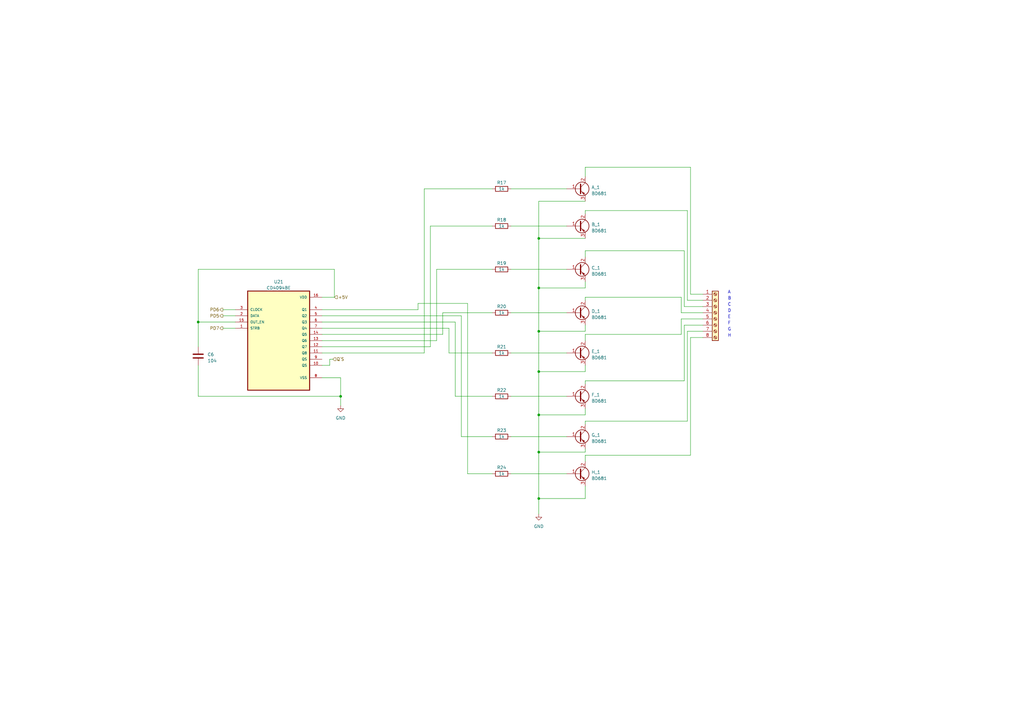
<source format=kicad_sch>
(kicad_sch (version 20230121) (generator eeschema)
  (paper "A3")
  (title_block (title "7SEG Display") (date "2023-04-01") (rev "Ahmed Adel") (company "Empironics") (comment 1 "Copy rights reserved by Ahmed Adel"))
  (lib_symbols
    (symbol "CD4094BE:CD4094BE" (pin_names (offset 1.016))
      (property "Reference" "U" (at -12.7 21.32 0))
      (property "Value" "CD4094BE" (at -12.7 -24.32 0))
      (symbol "CD4094BE_0_0"
        (rectangle (start -12.7 -20.32) (end 12.7 20.32) (stroke (width 0.41)) (fill (type background)))
        (pin input line (at -17.78 5.08 0) (length 5.08) (name "STRB") (number "1"))
        (pin output line (at 17.78 -10.16 180) (length 5.08) (name "QS") (number "10"))
        (pin output line (at 17.78 -5.08 180) (length 5.08) (name "Q8") (number "11"))
        (pin output line (at 17.78 -2.54 180) (length 5.08) (name "Q7") (number "12"))
        (pin output line (at 17.78 0 180) (length 5.08) (name "Q6") (number "13"))
        (pin output line (at 17.78 2.54 180) (length 5.08) (name "Q5") (number "14"))
        (pin input line (at -17.78 7.62 0) (length 5.08) (name "OUT_EN") (number "15"))
        (pin power_in line (at 17.78 17.78 180) (length 5.08) (name "VDD") (number "16"))
        (pin input line (at -17.78 10.16 0) (length 5.08) (name "DATA") (number "2"))
        (pin input line (at -17.78 12.7 0) (length 5.08) (name "CLOCK") (number "3"))
        (pin output line (at 17.78 12.7 180) (length 5.08) (name "Q1") (number "4"))
        (pin output line (at 17.78 10.16 180) (length 5.08) (name "Q2") (number "5"))
        (pin output line (at 17.78 7.62 180) (length 5.08) (name "Q3") (number "6"))
        (pin output line (at 17.78 5.08 180) (length 5.08) (name "Q4") (number "7"))
        (pin power_in line (at 17.78 -15.24 180) (length 5.08) (name "VSS") (number "8"))
        (pin output line (at 17.78 -7.62 180) (length 5.08) (name "QS") (number "9"))
      )
    )
    (symbol "Connector:Screw_Terminal_01x08" (pin_names (offset 1.016) hide)
      (property "Reference" "J" (at 0 10.16 0))
      (property "Value" "Screw_Terminal_01x08" (at 0 -12.7 0))
      (symbol "Screw_Terminal_01x08_1_1"
        (rectangle (start -1.27 8.89) (end 1.27 -11.43) (stroke (width 0.254)) (fill (type background)))
        (circle (center 0 -10.16) (radius 0.635) (stroke (width 0.1524)))
        (circle (center 0 -7.62) (radius 0.635) (stroke (width 0.1524)))
        (circle (center 0 -5.08) (radius 0.635) (stroke (width 0.1524)))
        (circle (center 0 -2.54) (radius 0.635) (stroke (width 0.1524)))
        (polyline (pts (xy -0.5334 -9.8298) (xy 0.3302 -10.668)) (stroke (width 0.1524)))
        (polyline (pts (xy -0.5334 -7.2898) (xy 0.3302 -8.128)) (stroke (width 0.1524)))
        (polyline (pts (xy -0.5334 -4.7498) (xy 0.3302 -5.588)) (stroke (width 0.1524)))
        (polyline (pts (xy -0.5334 -2.2098) (xy 0.3302 -3.048)) (stroke (width 0.1524)))
        (polyline (pts (xy -0.5334 0.3302) (xy 0.3302 -0.508)) (stroke (width 0.1524)))
        (polyline (pts (xy -0.5334 2.8702) (xy 0.3302 2.032)) (stroke (width 0.1524)))
        (polyline (pts (xy -0.5334 5.4102) (xy 0.3302 4.572)) (stroke (width 0.1524)))
        (polyline (pts (xy -0.5334 7.9502) (xy 0.3302 7.112)) (stroke (width 0.1524)))
        (polyline (pts (xy -0.3556 -9.652) (xy 0.508 -10.4902)) (stroke (width 0.1524)))
        (polyline (pts (xy -0.3556 -7.112) (xy 0.508 -7.9502)) (stroke (width 0.1524)))
        (polyline (pts (xy -0.3556 -4.572) (xy 0.508 -5.4102)) (stroke (width 0.1524)))
        (polyline (pts (xy -0.3556 -2.032) (xy 0.508 -2.8702)) (stroke (width 0.1524)))
        (polyline (pts (xy -0.3556 0.508) (xy 0.508 -0.3302)) (stroke (width 0.1524)))
        (polyline (pts (xy -0.3556 3.048) (xy 0.508 2.2098)) (stroke (width 0.1524)))
        (polyline (pts (xy -0.3556 5.588) (xy 0.508 4.7498)) (stroke (width 0.1524)))
        (polyline (pts (xy -0.3556 8.128) (xy 0.508 7.2898)) (stroke (width 0.1524)))
        (circle (center 0 0) (radius 0.635) (stroke (width 0.1524)))
        (circle (center 0 2.54) (radius 0.635) (stroke (width 0.1524)))
        (circle (center 0 5.08) (radius 0.635) (stroke (width 0.1524)))
        (circle (center 0 7.62) (radius 0.635) (stroke (width 0.1524)))
        (pin passive line (at -5.08 7.62 0) (length 3.81) (name "Pin_1") (number "1"))
        (pin passive line (at -5.08 5.08 0) (length 3.81) (name "Pin_2") (number "2"))
        (pin passive line (at -5.08 2.54 0) (length 3.81) (name "Pin_3") (number "3"))
        (pin passive line (at -5.08 0 0) (length 3.81) (name "Pin_4") (number "4"))
        (pin passive line (at -5.08 -2.54 0) (length 3.81) (name "Pin_5") (number "5"))
        (pin passive line (at -5.08 -5.08 0) (length 3.81) (name "Pin_6") (number "6"))
        (pin passive line (at -5.08 -7.62 0) (length 3.81) (name "Pin_7") (number "7"))
        (pin passive line (at -5.08 -10.16 0) (length 3.81) (name "Pin_8") (number "8"))
      )
    )
    (symbol "Device:C" (pin_numbers hide) (pin_names (offset 0.254))
      (property "Reference" "C" (at 0.635 2.54 0))
      (property "Value" "C" (at 0.635 -2.54 0))
      (symbol "C_0_1"
        (polyline (pts (xy -2.032 -0.762) (xy 2.032 -0.762)) (stroke (width 0.508)))
        (polyline (pts (xy -2.032 0.762) (xy 2.032 0.762)) (stroke (width 0.508)))
      )
      (symbol "C_1_1"
        (pin passive line (at 0 3.81 270) (length 2.794) (name "~") (number "1"))
        (pin passive line (at 0 -3.81 90) (length 2.794) (name "~") (number "2"))
      )
    )
    (symbol "Device:R" (pin_numbers hide) (pin_names (offset 0))
      (property "Reference" "R" (at 2.032 0 90))
      (property "Value" "R" (at 0 0 90))
      (symbol "R_0_1"
        (rectangle (start -1.016 -2.54) (end 1.016 2.54) (stroke (width 0.254)))
      )
      (symbol "R_1_1"
        (pin passive line (at 0 3.81 270) (length 1.27) (name "~") (number "1"))
        (pin passive line (at 0 -3.81 90) (length 1.27) (name "~") (number "2"))
      )
    )
    (symbol "Transistor_BJT:BD912" (pin_names (offset 0) hide)
      (property "Reference" "Q" (at 6.35 1.905 0))
      (property "Value" "BD912" (at 6.35 0 0))
      (symbol "BD912_0_1"
        (polyline (pts (xy 0.635 0.635) (xy 2.54 2.54)))
        (polyline (pts (xy 0.635 -0.635) (xy 2.54 -2.54) (xy 2.54 -2.54)))
        (polyline (pts (xy 0.635 1.905) (xy 0.635 -1.905) (xy 0.635 -1.905)) (stroke (width 0.508)))
        (polyline (pts (xy 2.286 -1.778) (xy 1.778 -2.286) (xy 1.27 -1.27) (xy 2.286 -1.778) (xy 2.286 -1.778)) (fill (type outline)))
        (circle (center 1.27 0) (radius 2.8194) (stroke (width 0.254)))
      )
      (symbol "BD912_1_1"
        (pin input line (at -5.08 0 0) (length 5.715) (name "B") (number "1"))
        (pin passive line (at 2.54 5.08 270) (length 2.54) (name "C") (number "2"))
        (pin passive line (at 2.54 -5.08 90) (length 2.54) (name "E") (number "3"))
      )
    )
    (symbol "power:GND" (power) (pin_names (offset 0))
      (property "Value" "GND" (at 0 -3.81 0))
      (symbol "GND_0_1"
        (polyline (pts (xy 0 0) (xy 0 -1.27) (xy 1.27 -1.27) (xy 0 -2.54) (xy -1.27 -1.27) (xy 0 -1.27)))
      )
      (symbol "GND_1_1"
        (pin power_in line (at 0 0 270) (length 0) hide (name "GND") (number "1"))
      )
    )
  )
  (junction (at 220.98 118.11))
  (junction (at 139.7 162.56))
  (junction (at 220.98 152.4))
  (junction (at 220.98 185.42))
  (junction (at 220.98 204.47))
  (junction (at 220.98 135.89))
  (junction (at 220.98 97.79))
  (junction (at 220.98 170.18))
  (junction (at 81.28 132.08))
  (wire (pts (xy 184.15 144.78) (xy 184.15 134.62)))
  (wire (pts (xy 240.03 135.89) (xy 220.98 135.89)))
  (wire (pts (xy 288.29 135.89) (xy 281.94 135.89)))
  (wire (pts (xy 186.69 162.56) (xy 186.69 132.08)))
  (wire (pts (xy 171.45 124.46) (xy 171.45 127)))
  (wire (pts (xy 91.44 127) (xy 96.52 127)))
  (wire (pts (xy 201.93 162.56) (xy 186.69 162.56)))
  (wire (pts (xy 181.61 128.27) (xy 181.61 137.16)))
  (wire (pts (xy 173.99 144.78) (xy 173.99 77.47)))
  (wire (pts (xy 181.61 137.16) (xy 132.08 137.16)))
  (wire (pts (xy 220.98 135.89) (xy 220.98 152.4)))
  (wire (pts (xy 281.94 123.19) (xy 288.29 123.19)))
  (wire (pts (xy 189.23 179.07) (xy 189.23 129.54)))
  (wire (pts (xy 240.03 102.87) (xy 280.67 102.87)))
  (wire (pts (xy 209.55 179.07) (xy 232.41 179.07)))
  (wire (pts (xy 240.03 186.69) (xy 240.03 189.23)))
  (wire (pts (xy 81.28 149.86) (xy 81.28 162.56)))
  (wire (pts (xy 91.44 134.62) (xy 96.52 134.62)))
  (wire (pts (xy 189.23 129.54) (xy 132.08 129.54)))
  (wire (pts (xy 279.4 137.16) (xy 279.4 130.81)))
  (wire (pts (xy 280.67 133.35) (xy 288.29 133.35)))
  (wire (pts (xy 288.29 138.43) (xy 283.21 138.43)))
  (wire (pts (xy 240.03 72.39) (xy 240.03 68.58)))
  (wire (pts (xy 240.03 167.64) (xy 240.03 170.18)))
  (wire (pts (xy 132.08 144.78) (xy 173.99 144.78)))
  (wire (pts (xy 191.77 124.46) (xy 171.45 124.46)))
  (wire (pts (xy 201.93 194.31) (xy 191.77 194.31)))
  (wire (pts (xy 240.03 86.36) (xy 281.94 86.36)))
  (wire (pts (xy 209.55 128.27) (xy 232.41 128.27)))
  (wire (pts (xy 240.03 149.86) (xy 240.03 152.4)))
  (wire (pts (xy 176.53 92.71) (xy 176.53 142.24)))
  (wire (pts (xy 209.55 194.31) (xy 232.41 194.31)))
  (wire (pts (xy 191.77 194.31) (xy 191.77 124.46)))
  (wire (pts (xy 220.98 185.42) (xy 240.03 185.42)))
  (wire (pts (xy 137.16 110.49) (xy 137.16 121.92)))
  (wire (pts (xy 176.53 142.24) (xy 132.08 142.24)))
  (wire (pts (xy 240.03 105.41) (xy 240.03 102.87)))
  (wire (pts (xy 240.03 139.7) (xy 240.03 137.16)))
  (wire (pts (xy 240.03 204.47) (xy 240.03 199.39)))
  (wire (pts (xy 240.03 123.19) (xy 240.03 121.92)))
  (wire (pts (xy 280.67 125.73) (xy 288.29 125.73)))
  (wire (pts (xy 240.03 156.21) (xy 280.67 156.21)))
  (wire (pts (xy 201.93 110.49) (xy 179.07 110.49)))
  (wire (pts (xy 137.16 121.92) (xy 132.08 121.92)))
  (wire (pts (xy 240.03 184.15) (xy 240.03 185.42)))
  (wire (pts (xy 132.08 154.94) (xy 139.7 154.94)))
  (wire (pts (xy 179.07 110.49) (xy 179.07 139.7)))
  (wire (pts (xy 81.28 110.49) (xy 137.16 110.49)))
  (wire (pts (xy 91.44 129.54) (xy 96.52 129.54)))
  (wire (pts (xy 240.03 118.11) (xy 220.98 118.11)))
  (wire (pts (xy 171.45 127) (xy 132.08 127)))
  (wire (pts (xy 96.52 132.08) (xy 81.28 132.08)))
  (wire (pts (xy 220.98 204.47) (xy 240.03 204.47)))
  (wire (pts (xy 240.03 115.57) (xy 240.03 118.11)))
  (wire (pts (xy 240.03 87.63) (xy 240.03 86.36)))
  (wire (pts (xy 281.94 86.36) (xy 281.94 123.19)))
  (wire (pts (xy 201.93 92.71) (xy 176.53 92.71)))
  (wire (pts (xy 209.55 144.78) (xy 232.41 144.78)))
  (wire (pts (xy 240.03 172.72) (xy 240.03 173.99)))
  (wire (pts (xy 81.28 132.08) (xy 81.28 110.49)))
  (wire (pts (xy 283.21 138.43) (xy 283.21 186.69)))
  (wire (pts (xy 173.99 77.47) (xy 201.93 77.47)))
  (wire (pts (xy 220.98 170.18) (xy 220.98 185.42)))
  (wire (pts (xy 220.98 97.79) (xy 240.03 97.79)))
  (wire (pts (xy 220.98 82.55) (xy 220.98 97.79)))
  (wire (pts (xy 220.98 204.47) (xy 220.98 210.82)))
  (wire (pts (xy 184.15 134.62) (xy 132.08 134.62)))
  (wire (pts (xy 220.98 118.11) (xy 220.98 135.89)))
  (wire (pts (xy 240.03 121.92) (xy 279.4 121.92)))
  (wire (pts (xy 201.93 179.07) (xy 189.23 179.07)))
  (wire (pts (xy 283.21 68.58) (xy 283.21 120.65)))
  (wire (pts (xy 220.98 97.79) (xy 220.98 118.11)))
  (wire (pts (xy 201.93 128.27) (xy 181.61 128.27)))
  (wire (pts (xy 283.21 120.65) (xy 288.29 120.65)))
  (wire (pts (xy 209.55 77.47) (xy 232.41 77.47)))
  (wire (pts (xy 279.4 128.27) (xy 288.29 128.27)))
  (wire (pts (xy 281.94 172.72) (xy 240.03 172.72)))
  (wire (pts (xy 280.67 156.21) (xy 280.67 133.35)))
  (wire (pts (xy 135.255 149.86) (xy 132.08 149.86)))
  (wire (pts (xy 201.93 144.78) (xy 184.15 144.78)))
  (wire (pts (xy 81.28 132.08) (xy 81.28 142.24)))
  (wire (pts (xy 240.03 68.58) (xy 283.21 68.58)))
  (wire (pts (xy 240.03 170.18) (xy 220.98 170.18)))
  (wire (pts (xy 240.03 133.35) (xy 240.03 135.89)))
  (wire (pts (xy 135.255 147.32) (xy 135.255 149.86)))
  (wire (pts (xy 136.525 147.32) (xy 135.255 147.32)))
  (wire (pts (xy 209.55 110.49) (xy 232.41 110.49)))
  (wire (pts (xy 279.4 130.81) (xy 288.29 130.81)))
  (wire (pts (xy 220.98 152.4) (xy 220.98 170.18)))
  (wire (pts (xy 179.07 139.7) (xy 132.08 139.7)))
  (wire (pts (xy 139.7 154.94) (xy 139.7 162.56)))
  (wire (pts (xy 281.94 135.89) (xy 281.94 172.72)))
  (wire (pts (xy 279.4 121.92) (xy 279.4 128.27)))
  (wire (pts (xy 81.28 162.56) (xy 139.7 162.56)))
  (wire (pts (xy 240.03 82.55) (xy 220.98 82.55)))
  (wire (pts (xy 283.21 186.69) (xy 240.03 186.69)))
  (wire (pts (xy 186.69 132.08) (xy 132.08 132.08)))
  (wire (pts (xy 280.67 102.87) (xy 280.67 125.73)))
  (wire (pts (xy 209.55 162.56) (xy 232.41 162.56)))
  (wire (pts (xy 240.03 152.4) (xy 220.98 152.4)))
  (wire (pts (xy 232.41 92.71) (xy 209.55 92.71)))
  (wire (pts (xy 220.98 185.42) (xy 220.98 204.47)))
  (wire (pts (xy 139.7 162.56) (xy 139.7 166.37)))
  (wire (pts (xy 240.03 157.48) (xy 240.03 156.21)))
  (wire (pts (xy 240.03 137.16) (xy 279.4 137.16)))
  (text "E\n" (at 298.45 130.81 0) (effects (font (size 1.27 1.27)) (justify left bottom)))
  (text "A" (at 298.45 120.65 0) (effects (font (size 1.27 1.27)) (justify left bottom)))
  (text "B" (at 298.45 123.19 0) (effects (font (size 1.27 1.27)) (justify left bottom)))
  (text "C\n" (at 298.45 125.73 0) (effects (font (size 1.27 1.27)) (justify left bottom)))
  (text "H" (at 298.45 138.43 0) (effects (font (size 1.27 1.27)) (justify left bottom)))
  (text "D\n" (at 298.45 128.27 0) (effects (font (size 1.27 1.27)) (justify left bottom)))
  (text "F\n" (at 298.45 133.35 0) (effects (font (size 1.27 1.27)) (justify left bottom)))
  (text "G" (at 298.45 135.89 0) (effects (font (size 1.27 1.27)) (justify left bottom)))
  (hierarchical_label "PD6" (shape output) (at 91.44 127 180))
  (hierarchical_label "PD5" (shape output) (at 91.44 129.54 180))
  (hierarchical_label "PD7" (shape output) (at 91.44 134.62 180))
  (hierarchical_label "+5V" (shape input) (at 137.16 121.92 0))
  (hierarchical_label "Q`S" (shape input) (at 136.525 147.32 0))
  (symbol (lib_id "Connector:Screw_Terminal_01x08") (at 293.37 128.27 0) (unit 1)
    (property "Reference" "J4" (effects hide))
    (property "Value" "Display" (effects hide))
    (property "Footprint" "Connector_TE-Connectivity:TE_826576-8_1x08_P3.96mm_Vertical" (effects hide))
  )
  (symbol (lib_id "Transistor_BJT:BD912") (at 237.49 144.78 0) (unit 1)
    (property "Reference" "E_1" (at 242.57 144.145 0) (effects (justify left)))
    (property "Value" "BD681" (at 242.57 146.685 0) (effects (justify left)))
    (property "Footprint" "Package_TO_SOT_THT:TO-220-3_Vertical" (effects hide))
    (property "Datasheet" "http://www.st.com/internet/com/TECHNICAL_RESOURCES/TECHNICAL_LITERATURE/DATASHEET/CD00001277.pdf" (effects hide))
  )
  (symbol (lib_id "Transistor_BJT:BD912") (at 237.49 110.49 0) (unit 1)
    (property "Reference" "C_1" (at 242.57 109.855 0) (effects (justify left)))
    (property "Value" "BD681" (at 242.57 112.395 0) (effects (justify left)))
    (property "Footprint" "Package_TO_SOT_THT:TO-220-3_Vertical" (effects hide))
    (property "Datasheet" "http://www.st.com/internet/com/TECHNICAL_RESOURCES/TECHNICAL_LITERATURE/DATASHEET/CD00001277.pdf" (effects hide))
  )
  (symbol (lib_id "Device:R") (at 205.74 144.78 90) (unit 1)
    (property "Reference" "R21" (at 205.74 142.24 90))
    (property "Value" "1k" (at 205.74 144.78 90))
    (property "Footprint" "Resistor_THT:R_Axial_DIN0204_L3.6mm_D1.6mm_P7.62mm_Horizontal" (effects hide))
  )
  (symbol (lib_id "Transistor_BJT:BD912") (at 237.49 92.71 0) (unit 1)
    (property "Reference" "B_1" (at 242.57 92.075 0) (effects (justify left)))
    (property "Value" "BD681" (at 242.57 94.615 0) (effects (justify left)))
    (property "Footprint" "Package_TO_SOT_THT:TO-220-3_Vertical" (effects hide))
    (property "Datasheet" "http://www.st.com/internet/com/TECHNICAL_RESOURCES/TECHNICAL_LITERATURE/DATASHEET/CD00001277.pdf" (effects hide))
  )
  (symbol (lib_id "Device:R") (at 205.74 162.56 90) (unit 1)
    (property "Reference" "R22" (at 205.74 160.02 90))
    (property "Value" "1k" (at 205.74 162.56 90))
    (property "Footprint" "Resistor_THT:R_Axial_DIN0204_L3.6mm_D1.6mm_P7.62mm_Horizontal" (effects hide))
  )
  (symbol (lib_id "Device:R") (at 205.74 179.07 90) (unit 1)
    (property "Reference" "R23" (at 205.74 176.53 90))
    (property "Value" "1k" (at 205.74 179.07 90))
    (property "Footprint" "Resistor_THT:R_Axial_DIN0204_L3.6mm_D1.6mm_P7.62mm_Horizontal" (effects hide))
  )
  (symbol (lib_id "Transistor_BJT:BD912") (at 237.49 179.07 0) (unit 1)
    (property "Reference" "G_1" (at 242.57 178.435 0) (effects (justify left)))
    (property "Value" "BD681" (at 242.57 180.975 0) (effects (justify left)))
    (property "Footprint" "Package_TO_SOT_THT:TO-220-3_Vertical" (effects hide))
    (property "Datasheet" "http://www.st.com/internet/com/TECHNICAL_RESOURCES/TECHNICAL_LITERATURE/DATASHEET/CD00001277.pdf" (effects hide))
  )
  (symbol (lib_id "Device:R") (at 205.74 128.27 90) (unit 1)
    (property "Reference" "R20" (at 205.74 125.73 90))
    (property "Value" "1k" (at 205.74 128.27 90))
    (property "Footprint" "Resistor_THT:R_Axial_DIN0204_L3.6mm_D1.6mm_P7.62mm_Horizontal" (effects hide))
  )
  (symbol (lib_id "Transistor_BJT:BD912") (at 237.49 162.56 0) (unit 1)
    (property "Reference" "F_1" (at 242.57 161.925 0) (effects (justify left)))
    (property "Value" "BD681" (at 242.57 164.465 0) (effects (justify left)))
    (property "Footprint" "Package_TO_SOT_THT:TO-220-3_Vertical" (effects hide))
    (property "Datasheet" "http://www.st.com/internet/com/TECHNICAL_RESOURCES/TECHNICAL_LITERATURE/DATASHEET/CD00001277.pdf" (effects hide))
  )
  (symbol (lib_id "Device:R") (at 205.74 92.71 90) (unit 1)
    (property "Reference" "R18" (at 205.74 90.17 90))
    (property "Value" "1k" (at 205.74 92.71 90))
    (property "Footprint" "Resistor_THT:R_Axial_DIN0204_L3.6mm_D1.6mm_P7.62mm_Horizontal" (effects hide))
  )
  (symbol (lib_id "Transistor_BJT:BD912") (at 237.49 77.47 0) (unit 1)
    (property "Reference" "A_1" (at 242.57 76.835 0) (effects (justify left)))
    (property "Value" "BD681" (at 242.57 79.375 0) (effects (justify left)))
    (property "Footprint" "Package_TO_SOT_THT:TO-220-3_Vertical" (effects hide))
    (property "Datasheet" "http://www.st.com/internet/com/TECHNICAL_RESOURCES/TECHNICAL_LITERATURE/DATASHEET/CD00001277.pdf" (effects hide))
  )
  (symbol (lib_id "CD4094BE:CD4094BE") (at 114.3 139.7 0) (unit 1)
    (property "Reference" "U21" (at 114.3 115.57 0))
    (property "Value" "CD4094BE" (at 114.3 118.11 0))
    (property "Footprint" "DIP794W45P254L1969H508Q16" (effects hide))
  )
  (symbol (lib_id "Device:C") (at 81.28 146.05 0) (unit 1)
    (property "Reference" "C6" (at 85.09 145.415 0) (effects (justify left)))
    (property "Value" "104" (at 85.09 147.955 0) (effects (justify left)))
    (property "Footprint" "Capacitor_THT:CP_Radial_Tantal_D4.5mm_P2.50mm" (effects hide))
  )
  (symbol (lib_id "Transistor_BJT:BD912") (at 237.49 194.31 0) (unit 1)
    (property "Reference" "H_1" (at 242.57 193.675 0) (effects (justify left)))
    (property "Value" "BD681" (at 242.57 196.215 0) (effects (justify left)))
    (property "Footprint" "Package_TO_SOT_THT:TO-220-3_Vertical" (effects hide))
    (property "Datasheet" "http://www.st.com/internet/com/TECHNICAL_RESOURCES/TECHNICAL_LITERATURE/DATASHEET/CD00001277.pdf" (effects hide))
  )
  (symbol (lib_id "Transistor_BJT:BD912") (at 237.49 128.27 0) (unit 1)
    (property "Reference" "D_1" (at 242.57 127.635 0) (effects (justify left)))
    (property "Value" "BD681" (at 242.57 130.175 0) (effects (justify left)))
    (property "Footprint" "Package_TO_SOT_THT:TO-220-3_Vertical" (effects hide))
    (property "Datasheet" "http://www.st.com/internet/com/TECHNICAL_RESOURCES/TECHNICAL_LITERATURE/DATASHEET/CD00001277.pdf" (effects hide))
  )
  (symbol (lib_id "power:GND") (at 220.98 210.82 0) (unit 1)
    (property "Reference" "#PWR03" (effects hide))
    (property "Value" "GND" (at 220.98 215.9 0))
  )
  (symbol (lib_id "Device:R") (at 205.74 77.47 90) (unit 1)
    (property "Reference" "R17" (at 205.74 74.93 90))
    (property "Value" "1k" (at 205.74 77.47 90))
    (property "Footprint" "Resistor_THT:R_Axial_DIN0204_L3.6mm_D1.6mm_P7.62mm_Horizontal" (effects hide))
  )
  (symbol (lib_id "power:GND") (at 139.7 166.37 0) (unit 1)
    (property "Reference" "#PWR04" (effects hide))
    (property "Value" "GND" (at 139.7 171.45 0))
  )
  (symbol (lib_id "Device:R") (at 205.74 110.49 90) (unit 1)
    (property "Reference" "R19" (at 205.74 107.95 90))
    (property "Value" "1k" (at 205.74 110.49 90))
    (property "Footprint" "Resistor_THT:R_Axial_DIN0204_L3.6mm_D1.6mm_P7.62mm_Horizontal" (effects hide))
  )
  (symbol (lib_id "Device:R") (at 205.74 194.31 90) (unit 1)
    (property "Reference" "R24" (at 205.74 191.77 90))
    (property "Value" "1k" (at 205.74 194.31 90))
    (property "Footprint" "Resistor_THT:R_Axial_DIN0204_L3.6mm_D1.6mm_P7.62mm_Horizontal" (effects hide))
  )
)
</source>
